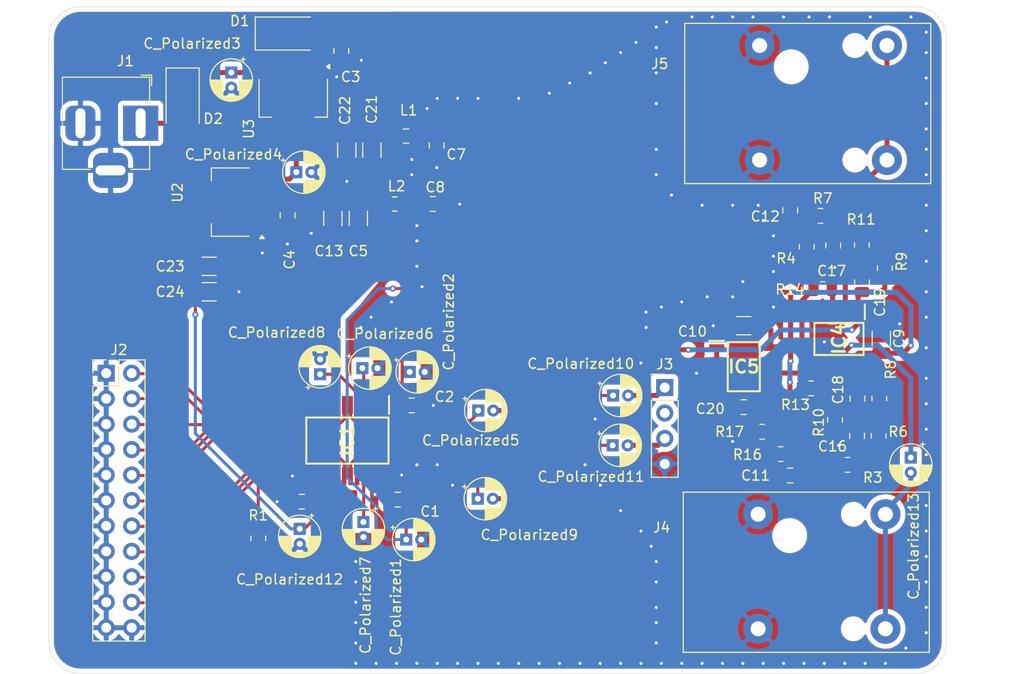
<source format=kicad_pcb>
(kicad_pcb (version 20240108) (generator "pcbnew") (generator_version "8.0")
  (layers (0 "F.Cu" signal) (31 "B.Cu" power) (34 "B.Paste" user) (35 "F.Paste" user) (36 "B.SilkS" user "B.Silkscreen") (37 "F.SilkS" user "F.Silkscreen") (38 "B.Mask" user) (39 "F.Mask" user) (44 "Edge.Cuts" user))
  (net 0 "")
  (net 1 "Net-(D1-K)")
  (net 2 "VCC")
  (net 3 "VDD")
  (net 4 "AVDD")
  (net 5 "AGND")
  (net 6 "AVCC")
  (net 7 "RCH_OUT")
  (net 8 "GUITAR_IN")
  (net 9 "GUITAR_OUT")
  (net 10 "Net-(IC4-VIN_B-)")
  (net 11 "RCH_IN")
  (net 12 "Net-(IC4-VINA-)")
  (net 13 "VGND")
  (net 14 "Net-(IC1-VINR)")
  (net 15 "Net-(IC1-VREF1)")
  (net 16 "Net-(IC1-VCOM)")
  (net 17 "Net-(IC1-VREF2)")
  (net 18 "Net-(IC1-VOUTR)")
  (net 19 "LCH_IN")
  (net 20 "Net-(IC1-VINL)")
  (net 21 "LCH_OUT")
  (net 22 "Net-(IC1-VOUTL)")
  (net 23 "Net-(D2-A)")
  (net 24 "MC{slash}DEM0")
  (net 25 "LRCLK")
  (net 26 "ZFLG")
  (net 27 "DIN")
  (net 28 "RST{slash}PDAD")
  (net 29 "MC{slash}DEM1")
  (net 30 "ML{slash}PDDA")
  (net 31 "BIT")
  (net 32 "SYSCLK")
  (net 33 "DATA_OUT")
  (net 34 "Net-(IC4-VINB+)")
  (net 35 "Net-(IC4-VINA+)")
  (net 36 "/VMID")
  (net 37 "Net-(C11-Pad1)")
  (net 38 "Net-(C12-Pad1)")
  (net 39 "Net-(C16-Pad2)")
  (net 40 "Net-(C17-Pad2)")
  (net 41 "Net-(IC5-VINA-)")
  (net 43 "Net-(IC4-VOUT_B)")
  (footprint "Connector_PinHeader_2.54mm:PinHeader_2x11_P2.54mm_Vertical" (layer "F.Cu") (at 129.54 100.076)
    (property "Reference" "J2")
    (property "Value" "Conn_02x11_Odd_Even")
  )
  (footprint "Diode_SMD:D_SMA" (layer "F.Cu") (at 147.9149 66.1717)
    (property "Reference" "D1")
    (property "Value" "S2BA-13-F")
  )
  (footprint "Inductor_SMD:L_0805_2012Metric_Pad1.15x1.40mm_HandSolder" (layer "F.Cu") (at 158.317 83.185)
    (property "Reference" "L2")
    (property "Value" "10u")
  )
  (footprint "Capacitor_SMD:C_0805_2012Metric" (layer "F.Cu") (at 193.1324 103.4614 180)
    (property "Reference" "C20")
    (property "Value" "100n")
  )
  (footprint "Capacitor_SMD:C_0805_2012Metric" (layer "F.Cu") (at 147.6302 84.318 -90)
    (property "Reference" "C4")
    (property "Value" "100n")
  )
  (footprint "Capacitor_THT:CP_Radial_D4.0mm_P1.50mm" (layer "F.Cu") (at 159.461 116.679)
    (property "Reference" "C_Polarized1")
    (property "Value" "10u")
  )
  (footprint "SamacSys_Parts:SOIC127P600X175-8N" (layer "F.Cu") (at 202.6241 96.6577 -90)
    (property "Reference" "IC4")
    (property "Value" "MCP6007-E_SN" (hide yes))
  )
  (footprint "Resistor_SMD:R_0805_2012Metric" (layer "F.Cu") (at 207.1961 89.5984 90)
    (property "Reference" "R9")
    (property "Value" "3k")
  )
  (footprint "Resistor_SMD:R_0805_2012Metric" (layer "F.Cu") (at 199.4127 87.4376 -90)
    (property "Reference" "R4")
    (property "Value" "47k")
  )
  (footprint "Connector_BarrelJack:BarrelJack_Horizontal" (layer "F.Cu") (at 132.9719 75.1286)
    (property "Reference" "J1")
    (property "Value" "Barrel_Jack_Switch")
  )
  (footprint "Resistor_SMD:R_0805_2012Metric" (layer "F.Cu") (at 200.9985 91.6793)
    (property "Reference" "R14")
    (property "Value" "1k")
  )
  (footprint "Resistor_SMD:R_0805_2012Metric" (layer "F.Cu") (at 194.9574 105.9194 180)
    (property "Reference" "R17")
    (property "Value" "10k")
  )
  (footprint "Capacitor_THT:CP_Radial_D4.0mm_P1.50mm" (layer "F.Cu") (at 180.05 107.275)
    (property "Reference" "C_Polarized11")
    (property "Value" "4.7u")
  )
  (footprint "Capacitor_SMD:C_0805_2012Metric" (layer "F.Cu") (at 149.045299 112.894801 180)
    (property "Reference" "C6" (hide yes))
    (property "Value" "0.1u")
  )
  (footprint "Capacitor_SMD:C_0805_2012Metric" (layer "F.Cu") (at 160.0094 103.287499)
    (property "Reference" "C2")
    (property "Value" "0.1u")
  )
  (footprint "Capacitor_SMD:C_0805_2012Metric" (layer "F.Cu") (at 158.625599 112.691601)
    (property "Reference" "C1")
    (property "Value" "0.1u")
  )
  (footprint "Capacitor_SMD:C_0805_2012Metric" (layer "F.Cu") (at 152.9876 67.8916 -90)
    (property "Reference" "C3")
    (property "Value" "100n")
  )
  (footprint "Capacitor_SMD:C_1206_3216Metric" (layer "F.Cu") (at 206.8484 96.6034 90)
    (property "Reference" "C9")
    (property "Value" "10u")
  )
  (footprint "SamacSys_Parts:SOP65P780X200-24N" (layer "F.Cu") (at 153.596399 106.798801 -90)
    (property "Reference" "IC1")
    (property "Value" "PCM3002E" (hide yes))
  )
  (footprint "Capacitor_THT:CP_Radial_D4.0mm_P1.50mm" (layer "F.Cu") (at 180.1 102.3)
    (property "Reference" "C_Polarized10")
    (property "Value" "1u")
  )
  (footprint "Package_TO_SOT_SMD:SOT-223-3_TabPin2" (layer "F.Cu") (at 141.9406 82.9972 180)
    (property "Reference" "U2")
    (property "Value" "LD1117S33TR_SOT223")
  )
  (footprint "Resistor_SMD:R_0805_2012Metric" (layer "F.Cu") (at 206.6525 102.6013 -90)
    (property "Reference" "R8")
    (property "Value" "3k")
  )
  (footprint "Capacitor_SMD:C_0805_2012Metric" (layer "F.Cu") (at 197.7644 110.2868 180)
    (property "Reference" "C11")
    (property "Value" "22u")
  )
  (footprint "Resistor_SMD:R_0805_2012Metric" (layer "F.Cu") (at 204.9101 87.2616 -90)
    (property "Reference" "R11")
    (property "Value" "1.5k")
  )
  (footprint "Resistor_SMD:R_0805_2012Metric" (layer "F.Cu") (at 206.5824 106.3244 90)
    (property "Reference" "R6")
    (property "Value" "1.5k")
  )
  (footprint "Resistor_SMD:R_0805_2012Metric" (layer "F.Cu") (at 203.4824 109.2244 180)
    (property "Reference" "R3")
    (property "Value" "47k")
  )
  (footprint "Package_TO_SOT_SMD:SOT-223-3_TabPin2" (layer "F.Cu") (at 148.1965 72.6065 -90)
    (property "Reference" "U3")
    (property "Value" "LD1117S50TR_SOT223")
  )
  (footprint "Capacitor_THT:CP_Radial_D4.0mm_P1.50mm" (layer "F.Cu") (at 155.091 99.568)
    (property "Reference" "C_Polarized6")
    (property "Value" "4.7u")
  )
  (footprint "Inductor_SMD:L_0805_2012Metric_Pad1.15x1.40mm_HandSolder" (layer "F.Cu") (at 159.454787 76.408176)
    (property "Reference" "L1")
    (property "Value" "10u")
  )
  (footprint "Capacitor_SMD:C_1206_3216Metric" (layer "F.Cu") (at 139.807 89.408)
    (property "Reference" "C23")
    (property "Value" "10u")
  )
  (footprint "Capacitor_SMD:C_0805_2012Metric" (layer "F.Cu") (at 162.495287 77.350776 -90)
    (property "Reference" "C7")
    (property "Value" "100n")
  )
  (footprint "Capacitor_SMD:C_0805_2012Metric" (layer "F.Cu") (at 204.4681 102.6013 90)
    (property "Reference" "C18")
    (property "Value" "1n")
  )
  (footprint "Resistor_SMD:R_0805_2012Metric" (layer "F.Cu") (at 200.7824 84.3744)
    (property "Reference" "R7")
    (property "Value" "1.5k")
  )
  (footprint "Capacitor_SMD:C_0805_2012Metric" (layer "F.Cu") (at 204.9253 91.0189 -90)
    (property "Reference" "C19")
    (property "Value" "1n")
  )
  (footprint "Capacitor_THT:CP_Radial_D4.0mm_P1.50mm" (layer "F.Cu") (at 166.648 103.8)
    (property "Reference" "C_Polarized5")
    (property "Value" "1u")
  )
  (footprint "Capacitor_SMD:C_1206_3216Metric" (layer "F.Cu") (at 152.146 84.631 -90)
    (property "Reference" "C13")
    (property "Value" "10u")
  )
  (footprint "Connector_Audio:Jack_6.35mm_Neutrik_NRJ4HF_Horizontal" (layer "F.Cu") (at 194.712 67.367)
    (property "Reference" "J5")
    (property "Value" "NRJ4HF")
  )
  (footprint "Capacitor_SMD:C_0805_2012Metric" (layer "F.Cu") (at 204.4324 106.3244 90)
    (property "Reference" "C16")
    (property "Value" "10n")
  )
  (footprint "Capacitor_SMD:C_0805_2012Metric" (layer "F.Cu") (at 197.7644 83.82 90)
    (property "Reference" "C12")
    (property "Value" "22u")
  )
  (footprint "Capacitor_THT:CP_Radial_D4.0mm_P1.50mm" (layer "F.Cu") (at 159.811 99.949)
    (property "Reference" "C_Polarized2")
    (property "Value" "10u")
  )
  (footprint "Capacitor_THT:CP_Radial_D4.0mm_P1.50mm" (layer "F.Cu") (at 209.788599 108.497399 -90)
    (property "Reference" "C_Polarized13")
    (property "Value" "870u")
  )
  (footprint "Diode_SMD:D_SMA" (layer "F.Cu") (at 137.16 73.12 -90)
    (property "Reference" "D2")
    (property "Value" "S2BA-13-F")
  )
  (footprint "Capacitor_SMD:C_0805_2012Metric" (layer "F.Cu") (at 202.0524 87.3208 90)
    (property "Reference" "C17")
    (property "Value" "10n")
  )
  (footprint "Capacitor_SMD:C_1206_3216Metric" (layer "F.Cu") (at 193.1324 95.3334 180)
    (property "Reference" "C10")
    (property "Value" "10u")
  )
  (footprint "Capacitor_THT:CP_Radial_D4.0mm_P1.50mm" (layer "F.Cu") (at 150.876 100.179 90)
    (property "Reference" "C_Polarized8")
    (property "Value" "4.7u Tantalllum")
  )
  (footprint "Capacitor_THT:CP_Radial_D4.0mm_P1.50mm" (layer "F.Cu") (at 148.844 115.6094 -90)
    (property "Reference" "C_Polarized12")
    (property "Value" "10u")
  )
  (footprint "Capacitor_THT:CP_Radial_D4.0mm_P1.50mm" (layer "F.Cu") (at 148.502401 80.01)
    (property "Reference" "C_Polarized4")
    (property "Value" "4.7u")
  )
  (footprint "Resistor_SMD:R_0805_2012Metric" (layer "F.Cu") (at 196.8074 108.1444 180)
    (property "Reference" "R16")
    (property "Value" "10k")
  )
  (footprint "Capacitor_SMD:C_1206_3216Metric" (layer "F.Cu") (at 139.807 91.948)
    (property "Reference" "C24")
    (property "Value" "10u")
  )
  (footprint "Capacitor_THT:CP_Radial_D4.0mm_P1.50mm" (layer "F.Cu") (at 166.6 112.6)
    (property "Reference" "C_Polarized9")
    (property "Value" "4.7u")
  )
  (footprint "Capacitor_SMD:C_1206_3216Metric" (layer "F.Cu") (at 153.535 77.82 -90)
    (property "Reference" "C22")
    (property "Value" "10u")
  )
  (footprint "Capacitor_SMD:C_1206_3216Metric" (layer "F.Cu") (at 156.035 77.82 -90)
    (property "Reference" "C21")
    (property "Value" "10u")
  )
  (footprint "Connector_PinHeader_2.54mm:PinHeader_1x04_P2.54mm_Vertical" (layer "F.Cu") (at 185.25 101.51)
    (property "Reference" "J3")
    (property "Value" "Conn_01x04_Pin")
  )
  (footprint "Capacitor_THT:CP_Radial_D4.0mm_P1.50mm" (layer "F.Cu") (at 155.194 114.929 -90)
    (property "Reference" "C_Polarized7")
    (property "Value" "4.7u")
  )
  (footprint "Resistor_SMD:R_0805_2012Metric" (layer "F.Cu") (at 202.2329 104.7349 90)
    (property "Reference" "R10")
    (property "Value" "1.5k")
  )
  (footprint "Capacitor_SMD:C_0805_2012Metric" (layer "F.Cu") (at 162.118 83.185)
    (property "Reference" "C8")
    (property "Value" "100n")
  )
  (footprint "Capacitor_THT:CP_Radial_D4.0mm_P1.50mm" (layer "F.Cu") (at 142.0148 70.0646 -90)
    (property "Reference" "C_Polarized3")
    (property "Value" "4.7u")
  )
  (footprint "Resistor_SMD:R_0805_2012Metric" (layer "F.Cu") (at 199.8453 101.5853)
    (property "Reference" "R13")
    (property "Value" "1k")
  )
  (footprint "SamacSys_Parts:SOIC127P600X175-8N" (layer "F.Cu") (at 193.1324 99.4244)
    (property "Reference" "IC5")
    (property "Value" "MCP6007-E_SN" (hide yes))
  )
  (footprint "Resistor_SMD:R_0805_2012Metric" (layer "F.Cu") (at 144.706 116.549 90)
    (property "Reference" "R1")
    (property "Value" "10k")
  )
  (footprint "Connector_Audio:Jack_6.35mm_Neutrik_NRJ4HF_Horizontal" (layer "F.Cu") (at 194.5596 114.1538)
    (property "Reference" "J4")
    (property "Value" "NRJ4HF")
  )
  (footprint "Capacitor_SMD:C_1206_3216Metric" (layer "F.Cu") (at 154.686 84.631 -90)
    (property "Reference" "C5")
    (property "Value" "10u")
  )
  (gr_arc (start 213.36 126.883744) (mid 212.43005 129.128787) (end 210.185 130.058744) (stroke (width 0.05)) (layer "Edge.Cuts"))
  (gr_line (start 123.825 66.675) (end 123.825 126.883744) (stroke (width 0.05)) (layer "Edge.Cuts"))
  (gr_arc (start 127 130.058744) (mid 124.754906 129.128818) (end 123.825 126.883744) (stroke (width 0.05)) (layer "Edge.Cuts"))
  (gr_arc (start 210.185 63.5) (mid 212.430064 64.429936) (end 213.36 66.675) (stroke (width 0.05)) (layer "Edge.Cuts"))
  (gr_line (start 210.185 63.5) (end 127 63.5) (stroke (width 0.05)) (layer "Edge.Cuts"))
  (gr_line (start 210.185 130.058744) (end 127 130.058744) (stroke (width 0.05)) (layer "Edge.Cuts"))
  (gr_line (start 213.36 126.883744) (end 213.36 66.675) (stroke (width 0.05)) (layer "Edge.Cuts"))
  (gr_arc (start 123.825 66.675) (mid 124.754936 64.429936) (end 127 63.5) (stroke (width 0.05)) (layer "Edge.Cuts"))
  (segment (start 137.8046 70.0646) (end 142.0148 70.0646) (width 0.5) (layer "F.Cu") (net 1))
  (segment (start 137.16 71.12) (end 137.16 70.7092) (width 0.5) (layer "F.Cu") (net 1))
  (segment (start 145.9149 69.5651) (end 145.76 69.72) (width 0.5) (layer "F.Cu") (net 1))
  (segment (start 145.9149 66.1717) (end 145.9149 69.5651) (width 0.5) (layer "F.Cu") (net 1))
  (segment (start 145.4154 70.0646) (end 145.76 69.72) (width 0.5) (layer "F.Cu") (net 1))
  (segment (start 137.16 70.7092) (end 137.8046 70.0646) (width 0.5) (layer "F.Cu") (net 1))
  (segment (start 142.0148 70.0646) (end 145.4154 70.0646) (width 0.5) (layer "F.Cu") (net 1))
  (segment (start 148.502401 76.462401) (end 148.06 76.02) (width 0.5) (layer "F.Cu") (net 2))
  (segment (start 147.815201 80.6972) (end 148.502401 80.01) (width 0.5) (layer "F.Cu") (net 2))
  (segment (start 156.035 76.345) (end 153.535 76.345) (width 0.5) (layer "F.Cu") (net 2))
  (segment (start 145.0906 80.6972) (end 147.815201 80.6972) (width 0.5) (layer "F.Cu") (net 2))
  (segment (start 148.06 76.02) (end 153.21 76.02) (width 0.5) (layer "F.Cu") (net 2))
  (segment (start 153.21 76.02) (end 153.535 76.345) (width 0.5) (layer "F.Cu") (net 2))
  (segment (start 148.502401 80.01) (end 148.502401 76.462401) (width 0.5) (layer "F.Cu") (net 2))
  (segment (start 156.035 76.345) (end 158.366611 76.345) (width 0.5) (layer "F.Cu") (net 2))
  (segment (start 158.366611 76.345) (end 158.429787 76.408176) (width 0.5) (layer "F.Cu") (net 2))
  (segment (start 145.4614 83.368) (end 145.0906 82.9972) (width 0.5) (layer "F.Cu") (net 3))
  (segment (start 152.146 83.156) (end 154.686 83.156) (width 0.5) (layer "F.Cu") (net 3))
  (segment (start 144.706 115.6365) (end 144.706 111.017106) (width 0.3) (layer "F.Cu") (net 3))
  (segment (start 148.844 115.6094) (end 149.3126 115.6094) (width 0.3) (layer "F.Cu") (net 3))
  (segment (start 138.43 94.234) (end 138.43 92.046) (width 0.3) (layer "F.Cu") (net 3))
  (segment (start 151.934 83.368) (end 152.146 83.156) (width 0.5) (layer "F.Cu") (net 3))
  (segment (start 138.332 91.948) (end 138.332 89.408) (width 0.5) (layer "F.Cu") (net 3))
  (segment (start 157.263 83.156) (end 157.292 83.185) (width 0.5) (layer "F.Cu") (net 3))
  (segment (start 138.332 83.4558) (end 138.7906 82.9972) (width 0.5) (layer "F.Cu") (net 3))
  (segment (start 149.995299 114.926701) (end 149.995299 112.894801) (width 0.3) (layer "F.Cu") (net 3))
  (segment (start 150.671399 112.218701) (end 149.995299 112.894801) (width 0.3) (layer "F.Cu") (net 3))
  (segment (start 146.944106 108.779) (end 150.305399 108.779) (width 0.3) (layer "F.Cu") (net 3))
  (segment (start 150.305399 108.779) (end 150.671399 109.145) (width 0.3) (layer "F.Cu") (net 3))
  (segment (start 149.3126 115.6094) (end 149.995299 114.926701) (width 0.3) (layer "F.Cu") (net 3))
  (segment (start 144.706 111.017106) (end 146.944106 108.779) (width 0.3) (layer "F.Cu") (net 3))
  (segment (start 147.6302 83.368) (end 151.934 83.368) (width 0.5) (layer "F.Cu") (net 3))
  (segment (start 150.671399 109.145) (end 150.671399 110.348801) (width 0.3) (layer "F.Cu") (net 3))
  (segment (start 152.146 83.156) (end 157.263 83.156) (width 0.5) (layer "F.Cu") (net 3))
  (segment (start 138.43 92.046) (end 138.332 91.948) (width 0.3) (layer "F.Cu") (net 3))
  (segment (start 138.332 89.408) (end 138.332 83.4558) (width 0.5) (layer "F.Cu") (net 3))
  (segment (start 147.6302 83.368) (end 145.4614 83.368) (width 0.5) (layer "F.Cu") (net 3))
  (segment (start 150.671399 110.348801) (end 150.671399 112.218701) (width 0.3) (layer "F.Cu") (net 3))
  (via (at 138.43 94.234) (size 0.6) (drill 0.3) (layers "F.Cu" "B.Cu") (net 3))
  (segment (start 138.43 97.536) (end 138.43 94.234) (width 0.3) (layer "B.Cu") (net 3))
  (segment (start 147.944 115.6094) (end 138.43 106.0954) (width 0.3) (layer "B.Cu") (net 3))
  (segment (start 148.844 115.6094) (end 147.944 115.6094) (width 0.3) (layer "B.Cu") (net 3))
  (segment (start 138.43 106.0954) (end 138.43 97.536) (width 0.3) (layer "B.Cu") (net 3))
  (segment (start 157.675599 113.479599) (end 159.461 115.265) (width 0.3) (layer "F.Cu") (net 4))
  (segment (start 157.171399 103.248801) (end 156.521399 103.248801) (width 0.3) (layer "F.Cu") (net 4))
  (segment (start 157.171399 110.348801) (end 157.171399 112.187401) (width 0.3) (layer "F.Cu") (net 4))
  (segment (start 159.0344 91.625) (end 159.0594 91.65) (width 0.3) (layer "F.Cu") (net 4))
  (segment (start 159.342 83.185) (end 161.168 83.185) (width 0.5) (layer "F.Cu") (net 4))
  (segment (start 157.675599 112.691601) (end 157.675599 113.479599) (width 0.3) (layer "F.Cu") (net 4))
  (segment (start 159.020702 103.248801) (end 159.0594 103.287499) (width 0.3) (layer "F.Cu") (net 4))
  (segment (start 159.461 115.265) (end 159.461 116.679) (width 0.3) (layer "F.Cu") (net 4))
  (segment (start 159.0594 83.4676) (end 159.342 83.185) (width 0.3) (layer "F.Cu") (net 4))
  (segment (start 159.0594 91.65) (end 159.0594 83.4676) (width 0.3) (layer "F.Cu") (net 4))
  (segment (start 159.811 99.949) (end 159.0594 99.949) (width 0.3) (layer "F.Cu") (net 4))
  (segment (start 157.171399 112.187401) (end 157.675599 112.691601) (width 0.3) (layer "F.Cu") (net 4))
  (segment (start 159.0594 99.949) (end 159.0594 91.65) (width 0.3) (layer "F.Cu") (net 4))
  (segment (start 158.125 91.625) (end 159.0344 91.625) (width 0.3) (layer "F.Cu") (net 4))
  (segment (start 159.0594 103.287499) (end 159.0594 99.949) (width 0.3) (layer "F.Cu") (net 4))
  (segment (start 157.171399 103.248801) (end 159.020702 103.248801) (width 0.3) (layer "F.Cu") (net 4))
  (via (at 158.125 91.625) (size 0.6) (drill 0.3) (layers "F.Cu" "B.Cu") (net 4))
  (segment (start 156.525 113.443) (end 153.575 110.493) (width 0.3) (layer "B.Cu") (net 4))
  (segment (start 156.525 115.6) (end 156.525 113.443) (width 0.3) (layer "B.Cu") (net 4))
  (segment (start 153.575 110.493) (end 153.575 94.75) (width 0.3) (layer "B.Cu") (net 4))
  (segment (start 157.604 116.679) (end 156.525 115.6) (width 0.3) (layer "B.Cu") (net 4))
  (segment (start 156.7 91.625) (end 158.125 91.625) (width 0.3) (layer "B.Cu") (net 4))
  (segment (start 153.575 94.75) (end 156.7 91.625) (width 0.3) (layer "B.Cu") (net 4))
  (segment (start 159.461 116.679) (end 157.604 116.679) (width 0.3) (layer "B.Cu") (net 4))
  (segment (start 153.535 79.295) (end 153.535 80.92) (width 0.5) (layer "F.Cu") (net 5))
  (segment (start 145.0906 85.2972) (end 145.0906 88.0556) (width 0.5) (layer "F.Cu") (net 5))
  (segment (start 154.974986 68.8416) (end 154.977589 68.838997) (width 0.5) (layer "F.Cu") (net 5))
  (segment (start 147.6302 85.268) (end 147.6302 87.1488) (width 0.5) (layer "F.Cu") (net 5))
  (segment (start 155.871399 111.696399) (end 155.871399 110.348801) (width 0.3) (layer "F.Cu") (net 5))
  (segment (start 190.4324 101.3294) (end 191.5084 101.3294) (width 0.5) (layer "F.Cu") (net 5))
  (segment (start 191.6574 95.3334) (end 190.0844 95.3334) (width 0.5) (layer "F.Cu") (net 5))
  (segment (start 160.961 114.077002) (end 159.575599 112.691601) (width 0.5) (layer "F.Cu") (net 5))
  (segment (start 147.6302 87.1488) (end 147.607 87.172) (width 0.5) (layer "F.Cu") (net 5))
  (segment (start 164.785 83.185) (end 164.8 83.2) (width 0.5) (layer "F.Cu") (net 5))
  (segment (start 152.146 86.106) (end 154.686 86.106) (width 0.5) (layer "F.Cu") (net 5))
  (segment (start 202.5824 107.2744) (end 204.4324 107.2744) (width 0.5) (layer "F.Cu") (net 5))
  (segment (start 163.068 83.185) (end 164.785 83.185) (width 0.5) (layer "F.Cu") (net 5))
  (segment (start 156.035 79.295) (end 153.535 79.295) (width 0.5) (layer "F.Cu") (net 5))
  (segment (start 200.7191 96.4941) (end 201.175 96.95) (width 0.5) (layer "F.Cu") (net 5))
  (segment (start 206.8484 95.1284) (end 208.6664 95.1284) (width 0.5) (layer "F.Cu") (net 5))
  (segment (start 147.6302 85.268) (end 145.1198 85.268) (width 0.5) (layer "F.Cu") (net 5))
  (segment (start 152.146 86.106) (end 149.987 86.106) (width 0.5) (layer "F.Cu") (net 5))
  (segment (start 192.9878 105.9194) (end 192.024 106.8832) (width 0.5) (layer "F.Cu") (net 5))
  (segment (start 194.0449 105.9194) (end 192.9878 105.9194) (width 0.5) (layer "F.Cu") (net 5))
  (segment (start 145.0906 88.0556) (end 145.107 88.072) (width 0.5) (layer "F.Cu") (net 5))
  (segment (start 156.35 112.175) (end 156.35 110.5202) (width 0.3) (layer "F.Cu") (net 5))
  (segment (start 162.169499 103.287499) (end 160.9594 103.287499) (width 0.5) (layer "F.Cu") (net 5))
  (segment (start 141.282 91.948) (end 142.777 91.948) (width 0.5) (layer "F.Cu") (net 5))
  (segment (start 160.961 116.679) (end 160.961 114.077002) (width 0.5) (layer "F.Cu") (net 5))
  (segment (start 150.021399 110.348801) (end 148.130801 110.348801) (width 0.3) (layer "F.Cu") (net 5))
  (segment (start 148.130801 110.348801) (end 148.111 110.329) (width 0.3) (layer "F.Cu") (net 5))
  (segment (start 146.576801 112.894801) (end 148.095299 112.894801) (width 0.3) (layer "F.Cu") (net 5))
  (segment (start 192.1824 102.0034) (end 192.1824 103.4614) (width 0.5) (layer "F.Cu") (net 5))
  (segment (start 152.9876 68.8416) (end 154.974986 68.8416) (width 0.5) (layer "F.Cu") (net 5))
  (segment (start 156.35 112.175) (end 155.871399 111.696399) (width 0.3) (layer "F.Cu") (net 5))
  (segment (start 162.495287 79.538887) (end 162.495287 78.300776) (width 0.5) (layer "F.Cu") (net 5))
  (segment (start 145.1198 85.268) (end 145.0906 85.2972) (width 0.5) (layer "F.Cu") (net 5))
  (segment (start 191.5084 101.3294) (end 192.1824 102.0034) (width 0.5) (layer "F.Cu") (net 5))
  (segment (start 188.4474 100.0594) (end 188.4324 100.0744) (width 0.5) (layer "F.Cu") (net 5))
  (segment (start 208.6664 95.1284) (end 208.6864 95.1484) (width 0.5) (layer "F.Cu") (net 5))
  (segment (start 141.282 91.948) (end 141.282 89.408) (width 0.5) (layer "F.Cu") (net 5))
  (segment (start 151.772 69.72) (end 152.536 70.484) (width 0.5) (layer "F.Cu") (net 5))
  (segment (start 162.5092 79.5528) (end 162.495287 79.538887) (width 0.5) (layer "F.Cu") (net 5))
  (segment (start 202.0524 89.3774) (end 202.2 89.525) (width 0.5) (layer "F.Cu") (net 5))
  (segment (start 200.7191 93.9577) (end 200.7191 96.4941) (width 0.5) (layer "F.Cu") (net 5))
  (segment (start 150.36 69.72) (end 151.772 69.72) (width 0.5) (layer "F.Cu") (net 5))
  (segment (start 202.0524 88.2708) (end 202.0524 89.3774) (width 0.5) (layer "F.Cu") (net 5))
  (segment (start 156.35 110.5202) (end 156.521399 110.348801) (width 0.3) (layer "F.Cu") (net 5))
  (segment (start 190.4324 100.0594) (end 188.4474 100.0594) (width 0.5) (layer "F.Cu") (net 5))
  (segment (start 190.4324 101.3294) (end 190.4324 100.0594) (width 0.5) (layer "F.Cu") (net 5))
  (via (at 153.535 80.92) (size 0.6) (drill 0.3) (layers "F.Cu" "B.Cu") (net 5))
  (via (at 196.088 88.392) (size 0.6) (drill 0.3) (layers "F.Cu" "B.Cu") (net 5))
  (via (at 160.528 129.032) (size 0.6) (drill 0.3) (layers "F.Cu" "B.Cu") (net 5))
  (via (at 185.928 82.296) (size 0.6) (drill 0.3) (layers "F.Cu" "B.Cu") (net 5))
  (via (at 184.404 120.904) (size 0.6) (drill 0.3) (layers "F.Cu" "B.Cu") (net 5))
  (via (at 211.328 118.364) (size 0.6) (drill 0.3) (layers "F.Cu" "B.Cu") (net 5))
  (via (at 160.528 89.408) (size 0.6) (drill 0.3) (layers "F.Cu" "B.Cu") (net 5))
  (via (at 156.464 129.032) (size 0.6) (drill 0.3) (layers "F.Cu" "B.Cu") (net 5))
  (via (at 148.111 110.329) (size 0.6) (drill 0.3) (layers "F.Cu" "B.Cu") (net 5))
  (via (at 182.88 99.06) (size 0.6) (drill 0.3) (layers "F.Cu" "B.Cu") (net 5))
  (via (at 211.328 115.824) (size 0.6) (drill 0.3) (layers "F.Cu" "B.Cu") (net 5))
  (via (at 211.328 77.724) (size 0.6) (drill 0.3) (layers "F.Cu" "B.Cu") (net 5))
  (via (at 211.328 91.948) (size 0.6) (drill 0.3) (layers "F.Cu" "B.Cu") (net 5))
  (via (at 203.2 129.032) (size 0.6) (drill 0.3) (layers "F.Cu" "B.Cu") (net 5))
  (via (at 196.088 93.472) (size 0.6) (drill 0.3) (layers "F.Cu" "B.Cu") (net 5))
  (via (at 197.104 129.032) (size 0.6) (drill 0.3) (layers "F.Cu" "B.Cu") (net 5))
  (via (at 170.688 72.644) (size 0.6) (drill 0.3) (layers "F.Cu" "B.Cu") (net 5))
  (via (at 164.592 72.644) (size 0.6) (drill 0.3) (layers "F.Cu" "B.Cu") (net 5))
  (via (at 208.6864 95.1484) (size 0.6) (drill 0.3) (layers "F.Cu" "B.Cu") (net 5))
  (via (at 154.432 118.872) (size 0.6) (drill 0.3) (layers "F.Cu" "B.Cu") (net 5))
  (via (at 184.404 80.264) (size 0.6) (drill 0.3) (layers "F.Cu" "B.Cu") (net 5))
  (via (at 162.56 109.22) (size 0.6) (drill 0.3) (layers "F.Cu" "B.Cu") (net 5))
  (via (at 184.912 93.472) (size 0.6) (drill 0.3) (layers "F.Cu" "B.Cu") (net 5))
  (via (at 211.328 97.536) (size 0.6) (drill 0.3) (layers "F.Cu" "B.Cu") (net 5))
  (via (at 182.88 115.824) (size 0.6) (drill 0.3) (layers "F.Cu" "B.Cu") (net 5))
  (via (at 166.624 72.644) (size 0.6) (drill 0.3) (layers "F.Cu" "B.Cu") (net 5))
  (via (at 156.35 112.175) (size 0.6) (drill 0.3) (layers "F.Cu" "B.Cu") (net 5))
  (via (at 145.107 88.072) (size 0.6) (drill 0.3) (layers "F.Cu" "B.Cu") (net 5))
  (via (at 195.072 84.836) (size 0.6) (drill 0.3) (layers "F.Cu" "B.Cu") (net 5))
  (via (at 160.02 80.264) (size 0.6) (drill 0.3) (layers "F.Cu" "B.Cu") (net 5))
  (via (at 161.036 91.44) (size 0.6) (drill 0.3) (layers "F.Cu" "B.Cu") (net 5))
  (via (at 211.328 110.744) (size 0.6) (drill 0.3) (layers "F.Cu" "B.Cu") (net 5))
  (via (at 211.328 94.488) (size 0.6) (drill 0.3) (layers "F.Cu" "B.Cu") (net 5))
  (via (at 211.328 66.04) (size 0.6) (drill 0.3) (layers "F.Cu" "B.Cu") (net 5))
  (via (at 183.388 95.504) (size 0.6) (drill 0.3) (layers "F.Cu" "B.Cu") (net 5))
  (via (at 211.328 88.9) (size 0.6) (drill 0.3) (layers "F.Cu" "B.Cu") (net 5))
  (via (at 176.784 129.032) (size 0.6) (drill 0.3) (layers "F.Cu" "B.Cu") (net 5))
  (via (at 211.328 103.124) (size 0.6) (drill 0.3) (layers "F.Cu" "B.Cu") (net 5))
  (via (at 147.607 87.172) (size 0.6) (drill 0.3) (layers "F.Cu" "B.Cu") (net 5))
  (via (at 146.576801 112.894801) (size 0.6) (drill 0.3) (layers "F.Cu" "B.Cu") (net 5))
  (via (at 162.169499 103.287499) (size 0.6) (drill 0.3) (layers "F.Cu" "B.Cu") (net 5))
  (via (at 207.264 129.032) (size 0.6) (drill 0.3) (layers "F.Cu" "B.Cu") (net 5))
  (via (at 192.024 64.516) (size 0.6) (drill 0.3) (layers "F.Cu" "B.Cu") (net 5))
  (via (at 182.372 67.056) (size 0.6) (drill 0.3) (layers "F.Cu" "B.Cu") (net 5))
  (via (at 174.752 129.032) (size 0.6) (drill 0.3) (layers "F.Cu" "B.Cu") (net 5))
  (via (at 205.232 129.032) (size 0.6) (drill 0.3) (layers "F.Cu" "B.Cu") (net 5))
  (via (at 154.432 124.968) (size 0.6) (drill 0.3) (layers "F.Cu" "B.Cu") (net 5))
  (via (at 211.328 85.852) (size 0.6) (drill 0.3) (layers "F.Cu" "B.Cu") (net 5))
  (via (at 168.656 129.032) (size 0.6) (drill 0.3) (layers "F.Cu" "B.Cu") (net 5))
  (via (at 173.736 72.136) (size 0.6) (drill 0.3) (layers "F.Cu" "B.Cu") (net 5))
  (via (at 209.296 127.508) (size 0.6) (drill 0.3) (layers "F.Cu" "B.Cu") (net 5))
  (via (at 162.56 72.644) (size 0.6) (drill 0.3) (layers "F.Cu" "B.Cu") (net 5))
  (via (at 162.5092 79.5528) (size 0.6) (drill 0.3) (layers "F.Cu" "B.Cu") (net 5))
  (via (at 158.496 129.032) (size 0.6) (drill 0.3) (layers "F.Cu" "B.Cu") (net 5))
  (via (at 184.404 73.152) (size 0.6) (drill 0.3) (layers "F.Cu" "B.Cu") (net 5))
  (via (at 191.008 129.032) (size 0.6) (drill 0.3) (layers "F.Cu" "B.Cu") (net 5))
  (via (at 186.944 92.964) (size 0.6) (drill 0.3) (layers "F.Cu" "B.Cu") (net 5))
  (via (at 154.432 120.904) (size 0.6) (drill 0.3) (layers "F.Cu" "B.Cu") (net 5))
  (via (at 166.624 129.032) (size 0.6) (drill 0.3) (layers "F.Cu" "B.Cu") (net 5))
  (via (at 157.988 92.964) (size 0.6) (drill 0.3) (layers "F.Cu" "B.Cu") (net 5))
  (via (at 211.328 68.072) (size 0.6) (drill 0.3) (layers "F.Cu" "B.Cu") (net 5))
  (via (at 201.175 96.95) (size 0.6) (drill 0.3) (layers "F.Cu" "B.Cu") (net 5))
  (via (at 199.644 64.516) (size 0.6) (drill 0.3) (layers "F.Cu" "B.Cu") (net 5))
  (via (at 193.04 129.032) (size 0.6) (drill 0.3) (layers "F.Cu" "B.Cu") (net 5))
  (via (at 189.484 92.456) (size 0.6) (drill 0.3) (layers "F.Cu" "B.Cu") (net 5))
  (via (at 178.816 111.252) (size 0.6) (drill 0.3) (layers "F.Cu" "B.Cu") (net 5))
  (via (at 178.816 129.032) (size 0.6) (drill 0.3) (layers "F.Cu" "B.Cu") (net 5))
  (via (at 201.168 129.032) (size 0.6) (drill 0.3) (layers "F.Cu" "B.Cu") (net 5))
  (via (at 164.084 111.252) (size 0.6) (drill 0.3) (layers "F.Cu" "B.Cu") (net 5))
  (via (at 164.8 83.2) (size 0.6) (drill 0.3) (layers "F.Cu" "B.Cu") (net 5))
  (via (at 184.404 70.104) (size 0.6) (drill 0.3) (layers "F.Cu" "B.Cu") (net 5))
  (via (at 159.004 110.236) (size 0.6) (drill 0.3) (layers "F.Cu" "B.Cu") (net 5))
  (via (at 164.592 129.032) (size 0.6) (drill 0.3) (layers "F.Cu" "B.Cu") (net 5))
  (via (at 190.0844 95.3334) (size 0.6) (drill 0.3) (layers "F.Cu" "B.Cu") (net 5))
  (via (at 196.088 89.916) (size 0.6) (drill 0.3) (layers "F.Cu" "B.Cu") (net 5))
  (via (at 180.848 129.032) (size 0.6) (drill 0.3) (layers "F.Cu" "B.Cu") (net 5))
  (via (at 184.404 65.532) (size 0.6) (drill 0.3) (layers "F.Cu" "B.Cu") (net 5))
  (via (at 202.5824 107.2744) (size 0.6) (drill 0.3) (layers "F.Cu" "B.Cu") (net 5))
  (via (at 160.528 109.22) (size 0.6) (drill 0.3) (layers "F.Cu" "B.Cu") (net 5))
  (via (at 184.404 127) (size 0.6) (drill 0.3) (layers "F.Cu" "B.Cu") (net 5))
  (via (at 170.688 129.032) (size 0.6) (drill 0.3) (layers "F.Cu" "B.Cu") (net 5))
  (via (at 193.04 90.932) (size 0.6) (drill 0.3) (layers "F.Cu" "B.Cu") (net 5))
  (via (at 179.324 69.088) (size 0.6) (drill 0.3) (layers "F.Cu" "B.Cu") (net 5))
  (via (at 178.308 104.648) (size 0.6) (drill 0.3) (layers "F.Cu" "B.Cu") (net 5))
  (via (at 184.404 124.968) (size 0.6) (drill 0.3) (layers "F.Cu" "B.Cu") (net 5))
  (via (at 194.564 83.312) (size 0.6) (drill 0.3) (layers "F.Cu" "B.Cu") (net 5))
  (via (at 201.676 64.516) (size 0.6) (drill 0.3) (layers "F.Cu" "B.Cu") (net 5))
  (via (at 149.987 86.106) (size 0.6) (drill 0.3) (layers "F.Cu" "B.Cu") (net 5))
  (via (at 211.328 75.692) (size 0.6) (drill 0.3) (layers "F.Cu" "B.Cu") (net 5))
  (via (at 195.072 129.032) (size 0.6) (drill 0.3) (layers "F.Cu" "B.Cu") (net 5))
  (via (at 183.388 93.98) (size 0.6) (drill 0.3) (layers "F.Cu" "B.Cu") (net 5))
  (via (at 154.432 129.032) (size 0.6) (drill 0.3) (layers "F.Cu" "B.Cu") (net 5))
  (via (at 192.024 83.312) (size 0.6) (drill 0.3) (layers "F.Cu" "B.Cu") (net 5))
  (via (at 182.88 129.032) (size 0.6) (drill 0.3) (layers "F.Cu" "B.Cu") (net 5))
  (via (at 211.328 105.664) (size 0.6) (drill 0.3) (layers "F.Cu" "B.Cu") (net 5))
  (via (at 188.4324 100.0744) (size 0.6) (drill 0.3) (layers "F.Cu" "B.Cu") (net 5))
  (via (at 160.528 86.868) (size 0.6) (drill 0.3) (layers "F.Cu" "B.Cu") (net 5))
  (via (at 211.328 125.984) (size 0.6) (drill 0.3) (layers "F.Cu" "B.Cu") (net 5))
  (via (at 180.848 68.072) (size 0.6) (drill 0.3) (layers "F.Cu" "B.Cu") (net 5))
  (via (at 211.328 108.204) (size 0.6) (drill 0.3) (layers "F.Cu" "B.Cu") (net 5))
  (via (at 184.404 67.564) (size 0.6) (drill 0.3) (layers "F.Cu" "B.Cu") (net 5))
  (via (at 211.328 83.312) (size 0.6) (drill 0.3) (layers "F.Cu" "B.Cu") (net 5))
  (via (at 162.56 129.032) (size 0.6) (drill 0.3) (layers "F.Cu" "B.Cu") (net 5))
  (via (at 186.944 129.032) (size 0.6) (drill 0.3) (layers "F.Cu" "B.Cu") (net 5))
  (via (at 152.536 70.484) (size 0.6) (drill 0.3) (layers "F.Cu" "B.Cu") (net 5))
  (via (at 154.432 127) (size 0.6) (drill 0.3) (layers "F.Cu" "B.Cu") (net 5))
  (via (at 188.976 83.312) (size 0.6) (drill 0.3) (layers "F.Cu" "B.Cu") (net 5))
  (via (at 184.912 129.032) (size 0.6) (drill 0.3) (layers "F.Cu" "B.Cu") (net 5))
  (via (at 177.292 109.22) (size 0.6) (drill 0.3) (layers "F.Cu" "B.Cu") (net 5))
  (via (at 184.404 118.872) (size 0.6) (drill 0.3) (layers "F.Cu" "B.Cu") (net 5))
  (via (at 155.956 94.488) (size 0.6) (drill 0.3) (layers "F.Cu" "B.Cu") (net 5))
  (via (at 196.088 86.36) (size 0.6) (drill 0.3) (layers "F.Cu" "B.Cu") (net 5))
  (via (at 160.528 85.344) (size 0.6) (drill 0.3) (layers "F.Cu" "B.Cu") (net 5))
  (via (at 180.848 113.792) (size 0.6) (drill 0.3) (layers "F.Cu" "B.Cu") (net 5))
  (via (at 188.976 129.032) (size 0.6) (drill 0.3) (layers "F.Cu" "B.Cu") (net 5))
  (via (at 199.136 129.032) (size 0.6) (drill 0.3) (layers "F.Cu" "B.Cu") (net 5))
  (via (at 192.024 92.456) (size 0.6) (drill 0.3) (layers "F.Cu" "B.Cu") (net 5))
  (via (at 209.804 64.516) (size 0.6) (drill 0.3) (layers "F.Cu" "B.Cu") (net 5))
  (via (at 211.328 120.904) (size 0.6) (drill 0.3) (layers "F.Cu" "B.Cu") (net 5))
  (via (at 183.896 117.348) (size 0.6) (drill 0.3) (layers "F.Cu" "B.Cu") (net 5))
  (via (at 194.056 64.516) (size 0.6) (drill 0.3) (layers "F.Cu" "B.Cu") (net 5))
  (via (at 172.72 129.032) (size 0.6) (drill 0.3) (layers "F.Cu" "B.Cu") (net 5))
  (via (at 202.2 89.525) (size 0.6) (drill 0.3) (layers "F.Cu" "B.Cu") (net 5))
  (via (at 211.328 100.584) (size 0.6) (drill 0.3) (layers "F.Cu" "B.Cu") (net 5))
  (via (at 184.404 123.444) (size 0.6) (drill 0.3) (layers "F.Cu" "B.Cu") (net 5))
  (via (at 154.977589 68.838997) (size 0.6) (drill 0.3) (layers "F.Cu" "B.Cu") (net 5))
  (via (at 211.328 123.444) (size 0.6) (drill 0.3) (layers "F.Cu" "B.Cu") (net 5))
  (via (at 192.024 106.8832) (size 0.6) (drill 0.3) (layers "F.Cu" "B.Cu") (net 5))
  (via (at 197.104 64.516) (size 0.6) (drill 0.3) (layers "F.Cu" "B.Cu") (net 5))
  (via (at 211.328 73.152) (size 0.6) (drill 0.3) (layers "F.Cu" "B.Cu") (net 5))
  (via (at 142.777 91.948) (size 0.6) (drill 0.3) (layers "F.Cu" "B.Cu") (net 5))
  (via (at 177.8 70.104) (size 0.6) (drill 0.3) (layers "F.Cu" "B.Cu") (net 5))
  (via (at 154.94 95.504) (size 0.6) (drill 0.3) (layers "F.Cu" "B.Cu") (net 5))
  (via (at 185.42 65.024) (size 0.6) (drill 0.3) (layers "F.Cu" "B.Cu") (net 5))
  (via (at 160.02 78.74) (size 0.6) (drill 0.3) (layers "F.Cu" "B.Cu") (net 5))
  (via (at 154.432 122.936) (size 0.6) (drill 0.3) (layers "F.Cu" "B.Cu") (net 5))
  (via (at 184.404 77.724) (size 0.6) (drill 0.3) (layers "F.Cu" "B.Cu") (net 5))
  (via (at 211.328 113.284) (size 0.6) (drill 0.3) (layers "F.Cu" "B.Cu") (net 5))
  (via (at 205.74 64.516) (size 0.6) (drill 0.3) (layers "F.Cu" "B.Cu") (net 5))
  (via (at 189.992 64.516) (size 0.6) (drill 0.3) (layers "F.Cu" "B.Cu") (net 5))
  (via (at 211.328 80.264) (size 0.6) (drill 0.3) (layers "F.Cu" "B.Cu") (net 5))
  (via (at 187.96 64.516) (size 0.6) (drill 0.3) (layers "F.Cu" "B.Cu") (net 5))
  (via (at 211.328 70.612) (size 0.6) (drill 0.3) (layers "F.Cu" "B.Cu") (net 5))
  (via (at 175.768 71.12) (size 0.6) (drill 0.3) (layers "F.Cu" "B.Cu") (net 5))
  (via (at 161.544 73.66) (size 0.6) (drill 0.3) (layers "F.Cu" "B.Cu") (net 5))
  (segment (start 206.8484 98.0784) (end 209.0216 98.0784) (width 0.5) (layer "F.Cu") (net 6))
  (segment (start 162.495287 76.400776) (end 160.487187 76.400776) (width 0.5) (layer "F.Cu") (net 6))
  (segment (start 194.6074 95.3334) (end 195.4184 95.3334) (width 0.5) (layer "F.Cu") (net 6))
  (segment (start 194.604677 89.962123) (end 188.309179 89.962123) (width 0.5) (layer "F.Cu") (net 6))
  (segment (start 204.5781 98.0784) (end 204.5291 98.1274) (width 0.5) (layer "F.Cu") (net 6))
  (segment (start 197.7324 108.1319) (end 197.7199 108.1444) (width 0.5) (layer "F.Cu") (net 6))
  (segment (start 160.487187 76.400776) (end 160.479787 76.408176) (width 0.5) (layer "F.Cu") (net 6))
  (segment (start 162.495287 76.400776) (end 174.4 76.400776) (width 0.5) (layer "F.Cu") (net 6))
  (segment (start 188.309179 89.962123) (end 174.747832 76.400776) (width 0.5) (layer "F.Cu") (net 6))
  (segment (start 194.6074 92) (end 194.6074 89.9594) (width 0.5) (layer "F.Cu") (net 6))
  (segment (start 194.6074 95.3334) (end 194.6074 92) (width 0.5) (layer "F.Cu") (net 6))
  (segment (start 204.5291 98.1274) (end 204.5291 99.3577) (width 0.5) (layer "F.Cu") (net 6))
  (segment (start 194.6074 89.9594) (end 194.604677 89.962123) (width 0.5) (layer "F.Cu") (net 6))
  (segment (start 197.8 98.8568) (end 197.8 92) (width 0.5) (layer "F.Cu") (net 6))
  (segment (start 197.8 92) (end 194.6074 92) (width 0.5) (layer "F.Cu") (net 6))
  (segment (start 209.0216 98.0784) (end 209.8 97.3) (width 0.5) (layer "F.Cu") (net 6))
  (segment (start 195.4184 95.3334) (end 195.8324 95.7474) (width 0.5) (layer "F.Cu") (net 6))
  (segment (start 197.7324 100.9744) (end 197.7324 108.1319) (width 0.5) (layer "F.Cu") (net 6))
  (segment (start 206.8484 98.0784) (end 204.5781 98.0784) (width 0.5) (layer "F.Cu") (net 6))
  (segment (start 195.8324 95.7474) (end 195.8324 97.5194) (width 0.5) (layer "F.Cu") (net 6))
  (segment (start 174.747832 76.400776) (end 174.4 76.400776) (width 0.5) (layer "F.Cu") (net 6))
  (via (at 197.7324 100.9744) (size 0.6) (drill 0.3) (layers "F.Cu" "B.Cu") (net 6))
  (via (at 209.8 97.3) (size 0.6) (drill 0.3) (layers "F.Cu" "B.Cu") (net 6))
  (via (at 197.8 92) (size 0.6) (drill 0.3) (layers "F.Cu" "B.Cu") (net 6))
  (via (at 197.8 98.8568) (size 0.6) (drill 0.3) (layers "F.Cu" "B.Cu") (net 6))
  (segment (start 197.8 92) (end 208.4 92) (width 0.5) (layer "B.Cu") (net 6))
  (segment (start 208.4 92) (end 209.8 93.4) (width 0.5) (layer "B.Cu") (net 6))
  (segment (start 197.7324 98.9244) (end 197.8 98.8568) (width 0.5) (layer "B.Cu") (net 6))
  (segment (start 209.8 93.4) (end 209.8 97.3) (width 0.5) (layer "B.Cu") (net 6))
  (segment (start 197.7324 100.9744) (end 197.7324 98.9244) (width 0.5) (layer "B.Cu") (net 6))
  (segment (start 192.2132 110.2868) (end 196.8144 110.2868) (width 0.5) (layer "F.Cu") (net 7))
  (segment (start 189.9 112.6) (end 192.2132 110.2868) (width 0.5) (layer "F.Cu") (net 7))
  (segment (start 168.1 112.6) (end 189.9 112.6) (width 0.5) (layer "F.Cu") (net 7))
  (segment (start 203.339 82.87) (end 207.412 78.797) (width 0.5) (layer "F.Cu") (net 8))
  (segment (start 207.412 78.797) (end 207.412 67.367) (width 0.5) (layer "F.Cu") (net 8))
  (segment (start 197.7644 82.87) (end 203.339 82.87) (width 0.5) (layer "F.Cu") (net 8))
  (segment (start 209.788599 109.997399) (end 209.788599 111.267401) (width 0.5) (layer "B.Cu") (net 9))
  (segment (start 207.2596 113.7964) (end 207.2596 114.1538) (width 0.5) (layer "B.Cu") (net 9))
  (segment (start 209.788599 111.267401) (end 207.2596 113.7964) (width 0.5) (layer "B.Cu") (net 9))
  (segment (start 207.2596 125.5838) (end 207.2596 114.1538) (width 0.5) (layer "B.Cu") (net 9))
  (segment (start 202.2329 103.8224) (end 201.976062 103.565562) (width 0.5) (layer "F.Cu") (net 10))
  (segment (start 201.976062 103.565562) (end 201.976062 99.370738) (width 0.5) (layer "F.Cu") (net 10))
  (segment (start 201.976062 99.370738) (end 201.9891 99.3577) (width 0.5) (layer "F.Cu") (net 10))
  (segment (start 204.4681 103.5513) (end 202.504 103.5513) (width 0.5) (layer "F.Cu") (net 10))
  (segment (start 202.504 103.5513) (end 202.2329 103.8224) (width 0.5) (layer "F.Cu") (net 10))
  (segment (start 204.5291 95.1401) (end 203.9112 95.758) (width 0.5) (layer "F.Cu") (net 11))
  (segment (start 180.0608 97.7392) (end 174 103.8) (width 0.5) (layer "F.Cu") (net 11))
  (segment (start 207.1961 91.5607) (end 206.7879 91.9689) (width 0.5) (layer "F.Cu") (net 11))
  (segment (start 207.1961 90.5109) (end 207.1961 91.5607) (width 0.5) (layer "F.Cu") (net 11))
  (segment (start 204.9253 91.9689) (end 204.5291 92.3651) (width 0.5) (layer "F.Cu") (net 11))
  (segment (start 168.148 103.8) (end 174 103.8) (width 0.5) (layer "F.Cu") (net 11))
  (segment (start 204.5291 93.9577) (end 204.5291 95.1401) (width 0.5) (layer "F.Cu") (net 11))
  (segment (start 204.5291 92.3651) (end 204.5291 93.9577) (width 0.5) (layer "F.Cu") (net 11))
  (segment (start 206.7879 91.9689) (end 204.9253 91.9689) (width 0.5) (layer "F.Cu") (net 11))
  (segment (start 187.6044 97.7392) (end 180.0608 97.7392) (width 0.5) (layer "F.Cu") (net 11))
  (via (at 187.6044 97.7392) (size 0.6) (drill 0.3) (layers "F.Cu" "B.Cu") (net 11))
  (via (at 203.9112 95.758) (size 0.6) (drill 0.3) (layers "F.Cu" "B.Cu") (net 11))
  (segment (start 187.6044 97.7392) (end 194.818 97.7392) (width 0.5) (layer "B.Cu") (net 11))
  (segment (start 196.7992 95.758) (end 203.9112 95.758) (width 0.5) (layer "B.Cu") (net 11))
  (segment (start 194.818 97.7392) (end 196.7992 95.758) (width 0.5) (layer "B.Cu") (net 11))
  (segment (start 204.9253 90.0689) (end 204.9253 88.1893) (width 0.5) (layer "F.Cu") (net 12))
  (segment (start 204.9253 90.0689) (end 204.1879 90.0689) (width 0.5) (layer "F.Cu") (net 12))
  (segment (start 204.9253 88.1893) (end 204.9101 88.1741) (width 0.5) (layer "F.Cu") (net 12))
  (segment (start 203.2591 90.9977) (end 203.2591 93.9577) (width 0.5) (layer "F.Cu") (net 12))
  (segment (start 204.1879 90.0689) (end 203.2591 90.9977) (width 0.5) (layer "F.Cu") (net 12))
  (segment (start 194.5824 100.0594) (end 195.8324 100.0594) (width 0.5) (layer "F.Cu") (net 13))
  (segment (start 202.5699 109.2244) (end 200.9824 109.2244) (width 0.5) (layer "F.Cu") (net 13))
  (segment (start 199.4127 88.3501) (end 199.4127 89.3297) (width 0.5) (layer "F.Cu") (net 13))
  (segment (start 199.4127 89.3297) (end 200.086 90.003) (width 0.5) (layer "F.Cu") (net 13))
  (segment (start 194.0824 100.5594) (end 194.5824 100.0594) (width 0.5) (layer "F.Cu") (net 13))
  (segment (start 195.8324 100.0594) (end 198.8978 100.0594) (width 0.5) (layer "F.Cu") (net 13))
  (segment (start 200.9824 109.2244) (end 198.9328 107.1748) (width 0.5) (layer "F.Cu") (net 13))
  (segment (start 200.086 91.6793) (end 198.9328 92.8325) (width 0.5) (layer "F.Cu") (net 13))
  (segment (start 195.8324 98.7894) (end 195.8324 100.0594) (width 0.5) (layer "F.Cu") (net 13))
  (segment (start 198.8978 100.0594) (end 198.9328 100.0944) (width 0.5) (layer "F.Cu") (net 13))
  (segment (start 194.0824 103.4614) (end 194.0824 100.5594) (width 0.5) (layer "F.Cu") (net 13))
  (segment (start 198.9328 107.1748) (end 198.9328 101.5853) (width 0.5) (layer "F.Cu") (net 13))
  (segment (start 198.9328 92.8325) (end 198.9328 100.0944) (width 0.5) (layer "F.Cu") (net 13))
  (segment (start 200.086 90.003) (end 200.086 91.6793) (width 0.5) (layer "F.Cu") (net 13))
  (segment (start 198.9328 100.0944) (end 198.9328 101.5853) (width 0.5) (layer "F.Cu") (net 13))
  (segment (start 166.648 104.052) (end 166.648 103.8) (width 0.3) (layer "F.Cu") (net 14))
  (segment (start 155.871399 103.248801) (end 155.871399 104.448801) (width 0.3) (layer "F.Cu") (net 14))
  (segment (start 165.9 104.8) (end 166.648 104.052) (width 0.3) (layer "F.Cu") (net 14))
  (segment (start 155.871399 104.448801) (end 156.222598 104.8) (width 0.3) (layer "F.Cu") (net 14))
  (segment (start 156.222598 104.8) (end 165.9 104.8) (width 0.3) (layer "F.Cu") (net 14))
  (segment (start 155.221399 103.248801) (end 155.221399 99.698399) (width 0.3) (layer "F.Cu") (net 15))
  (segment (start 155.221399 99.698399) (end 155.091 99.568) (width 0.3) (layer "F.Cu") (net 15))
  (segment (start 155.221399 110.348801) (end 155.221399 114.901601) (width 0.3) (layer "F.Cu") (net 16))
  (segment (start 155.221399 114.901601) (end 155.194 114.929) (width 0.3) (layer "F.Cu") (net 16))
  (segment (start 154.571399 102.048801) (end 152.701598 100.179) (width 0.3) (layer "F.Cu") (net 17))
  (segment (start 154.571399 103.248801) (end 154.571399 102.048801) (width 0.3) (layer "F.Cu") (net 17))
  (segment (start 152.701598 100.179) (end 150.876 100.179) (width 0.3) (layer "F.Cu") (net 17))
  (segment (start 154.571399 109.173801) (end 155.9702 107.775) (width 0.3) (layer "F.Cu") (net 18))
  (segment (start 155.9702 107.775) (end 162.983201 107.775) (width 0.3) (layer "F.Cu") (net 18))
  (segment (start 154.571399 110.348801) (end 154.571399 109.173801) (width 0.3) (layer "F.Cu") (net 18))
  (segment (start 162.983201 107.775) (end 166.6 111.391799) (width 0.3) (layer "F.Cu") (net 18))
  (segment (start 166.6 111.391799) (end 166.6 112.6) (width 0.3) (layer "F.Cu") (net 18))
  (segment (start 184.46 102.3) (end 185.25 101.51) (width 0.5) (layer "F.Cu") (net 19))
  (segment (start 181.6 102.3) (end 184.46 102.3) (width 0.5) (layer "F.Cu") (net 19))
  (segment (start 156.022598 106.55) (end 174.25 106.55) (width 0.3) (layer "F.Cu") (net 20))
  (segment (start 153.921399 103.248801) (end 153.921399 104.448801) (width 0.3) (layer "F.Cu") (net 20))
  (segment (start 178.5 102.3) (end 180.1 102.3) (width 0.3) (layer "F.Cu") (net 20))
  (segment (start 153.921399 104.448801) (end 156.022598 106.55) (width 0.3) (layer "F.Cu") (net 20))
  (segment (start 174.25 106.55) (end 178.5 102.3) (width 0.3) (layer "F.Cu") (net 20))
  (segment (start 181.55 107.275) (end 184.565 107.275) (width 0.5) (layer "F.Cu") (net 21))
  (segment (start 184.565 107.275) (end 185.25 106.59) (width 0.5) (layer "F.Cu") (net 21))
  (segment (start 155.763094 107.275) (end 180.05 107.275) (width 0.3) (layer "F.Cu") (net 22))
  (segment (start 153.921399 109.116695) (end 155.763094 107.275) (width 0.3) (layer "F.Cu") (net 22))
  (segment (start 153.921399 110.348801) (end 153.921399 109.116695) (width 0.3) (layer "F.Cu") (net 22))
  (segment (start 137.1514 75.1286) (end 137.16 75.12) (width 0.5) (layer "F.Cu") (net 23))
  (segment (start 132.9719 75.1286) (end 137.1514 75.1286) (width 0.5) (layer "F.Cu") (net 23))
  (segment (start 146.322788 107.279) (end 138.234588 115.3672) (width 0.3) (layer "F.Cu") (net 24))
  (segment (start 151.572918 107.279) (end 146.322788 107.279) (width 0.3) (layer "F.Cu") (net 24))
  (segment (start 153.271399 108.977481) (end 151.572918 107.279) (width 0.3) (layer "F.Cu") (net 24))
  (segment (start 153.271399 110.348801) (end 153.271399 108.977481) (width 0.3) (layer "F.Cu") (net 24))
  (segment (start 138.234588 115.3672) (end 132.1519 115.3672) (width 0.3) (layer "F.Cu") (net 24))
  (segment (start 150.620106 105.2072) (end 132.1519 105.2072) (width 0.3) (layer "F.Cu") (net 25))
  (segment (start 151.321399 104.505907) (end 150.620106 105.2072) (width 0.3) (layer "F.Cu") (net 25))
  (segment (start 151.321399 103.248801) (end 151.321399 104.505907) (width 0.3) (layer "F.Cu") (net 25))
  (segment (start 132.2701 105.089) (end 132.1519 105.2072) (width 0.3) (layer "F.Cu") (net 25))
  (segment (start 150.036 119.329) (end 144.706 119.329) (width 0.3) (layer "F.Cu") (net 26))
  (segment (start 132.1519 122.9872) (end 137.1088 122.9872) (width 0.3) (layer "F.Cu") (net 26))
  (segment (start 137.1088 122.9872) (end 140.767 119.329) (width 0.3) (layer "F.Cu") (net 26))
  (segment (start 140.767 119.329) (end 144.706 119.329) (width 0.3) (layer "F.Cu") (net 26))
  (segment (start 151.971399 110.348801) (end 151.971399 117.393601) (width 0.3) (layer "F.Cu") (net 26))
  (segment (start 144.706 117.4615) (end 144.706 119.329) (width 0.3) (layer "F.Cu") (net 26))
  (segment (start 151.971399 117.393601) (end 150.036 119.329) (width 0.3) (layer "F.Cu") (net 26))
  (segment (start 151.321399 110.348801) (end 151.321399 108.903399) (width 0.3) (layer "F.Cu") (net 27))
  (segment (start 134.5688 120.4472) (end 132.1519 120.4472) (width 0.3) (layer "F.Cu") (net 27))
  (segment (start 151.321399 108.903399) (end 150.697 108.279) (width 0.3) (layer "F.Cu") (net 27))
  (segment (start 146.737 108.279) (end 134.5688 120.4472) (width 0.3) (layer "F.Cu") (net 27))
  (segment (start 150.697 108.279) (end 146.737 108.279) (width 0.3) (layer "F.Cu") (net 27))
  (segment (start 134.0608 112.8272) (end 132.1519 112.8272) (width 0.3) (layer "F.Cu") (net 28))
  (segment (start 153.271399 104.677225) (end 151.241424 106.7072) (width 0.3) (layer "F.Cu") (net 28))
  (segment (start 140.1808 106.7072) (end 134.0608 112.8272) (width 0.3) (layer "F.Cu") (net 28))
  (segment (start 153.271399 103.248801) (end 153.271399 104.677225) (width 0.3) (layer "F.Cu") (net 28))
  (segment (start 151.241424 106.7072) (end 140.1808 106.7072) (width 0.3) (layer "F.Cu") (net 28))
  (segment (start 152.561 110.029) (end 152.561 108.974188) (width 0.3) (layer "F.Cu") (net 29))
  (segment (start 151.365812 107.779) (end 146.529894 107.779) (width 0.3) (layer "F.Cu") (net 29))
  (segment (start 152.561 108.974188) (end 151.365812 107.779) (width 0.3) (layer "F.Cu") (net 29))
  (segment (start 152.621399 110.348801) (end 152.621399 110.089399) (width 0.3) (layer "F.Cu") (net 29))
  (segment (start 146.529894 107.779) (end 136.401694 117.9072) (width 0.3) (layer "F.Cu") (net 29))
  (segment (start 136.401694 117.9072) (end 132.1519 117.9072) (width 0.3) (layer "F.Cu") (net 29))
  (segment (start 152.621399 110.089399) (end 152.561 110.029) (width 0.3) (layer "F.Cu") (net 29))
  (segment (start 152.621399 103.248801) (end 152.621399 104.620119) (width 0.3) (layer "F.Cu") (net 30))
  (segment (start 135.783906 110.2872) (end 132.1519 110.2872) (width 0.3) (layer "F.Cu") (net 30))
  (segment (start 152.621399 104.620119) (end 151.034318 106.2072) (width 0.3) (layer "F.Cu") (net 30))
  (segment (start 139.863906 106.2072) (end 135.783906 110.2872) (width 0.3) (layer "F.Cu") (net 30))
  (segment (start 151.034318 106.2072) (end 139.863906 106.2072) (width 0.3) (layer "F.Cu") (net 30))
  (segment (start 137.668 102.616) (end 132.2031 102.616) (width 0.3) (layer "F.Cu") (net 31))
  (segment (start 150.671399 103.248801) (end 150.671399 104.448801) (width 0.3) (layer "F.Cu") (net 31))
  (segment (start 132.2031 102.616) (end 132.1519 102.6672) (width 0.3) (layer "F.Cu") (net 31))
  (segment (start 150.4412 104.679) (end 139.731 104.679) (width 0.3) (layer "F.Cu") (net 31))
  (segment (start 139.731 104.679) (end 137.668 102.616) (width 0.3) (layer "F.Cu") (net 31))
  (segment (start 150.671399 104.448801) (end 150.4412 104.679) (width 0.3) (layer "F.Cu") (net 31))
  (segment (start 151.971399 103.248801) (end 151.971399 104.563013) (width 0.3) (layer "F.Cu") (net 32))
  (segment (start 139.6568 105.7072) (end 137.6168 107.7472) (width 0.3) (layer "F.Cu") (net 32))
  (segment (start 150.827212 105.7072) (end 139.6568 105.7072) (width 0.3) (layer "F.Cu") (net 32))
  (segment (start 151.971399 104.563013) (end 150.827212 105.7072) (width 0.3) (layer "F.Cu") (net 32))
  (segment (start 137.6168 107.7472) (end 132.1519 107.7472) (width 0.3) (layer "F.Cu") (net 32))
  (segment (start 136.20555 100.1272) (end 132.1519 100.1272) (width 0.3) (layer "F.Cu") (net 33))
  (segment (start 139.327151 103.248801) (end 136.20555 100.1272) (width 0.3) (layer "F.Cu") (net 33))
  (segment (start 150.021399 103.248801) (end 139.327151 103.248801) (width 0.3) (layer "F.Cu") (net 33))
  (segment (start 200.7191 99.3577) (end 200.7191 101.5466) (width 0.5) (layer "F.Cu") (net 34))
  (segment (start 200.7191 101.5466) (end 200.7578 101.5853) (width 0.5) (layer "F.Cu") (net 34))
  (segment (start 201.984058 91.752358) (end 201.984058 93.952658) (width 0.5) (layer "F.Cu") (net 35))
  (segment (start 201.911 91.6793) (end 201.984058 91.752358) (width 0.5) (layer "F.Cu") (net 35))
  (segment (start 195.8699 105.9194) (end 195.8699 101.3669) (width 0.5) (layer "F.Cu") (net 36))
  (segment (start 195.8449 108.1444) (end 195.8449 105.9444) (width 0.5) (layer "F.Cu") (net 36))
  (segment (start 195.8699 101.3669) (end 195.8324 101.3294) (width 0.5) (layer "F.Cu") (net 36))
  (segment (start 195.8449 105.9444) (end 195.8699 105.9194) (width 0.5) (layer "F.Cu") (net 36))
  (segment (start 206.5824 108.3244) (end 205.6824 109.2244) (width 0.5) (layer "F.Cu") (net 37))
  (segment (start 199.214338 110.786738) (end 202.832562 110.786738) (width 0.5) (layer "F.Cu") (net 37))
  (segment (start 206.5824 107.2369) (end 206.5824 108.3244) (width 0.5) (layer "F.Cu") (net 37))
  (segment (start 198.7144 110.2868) (end 199.214338 110.786738) (width 0.5) (layer "F.Cu") (net 37))
  (segment (start 202.832562 110.786738) (end 204.3949 109.2244) (width 0.5) (layer "F.Cu") (net 37))
  (segment (start 205.6824 109.2244) (end 204.3949 109.2244) (width 0.5) (layer "F.Cu") (net 37))
  (segment (start 199.4127 84.8316) (end 199.8699 84.3744) (width 0.5) (layer "F.Cu") (net 38))
  (segment (start 199.4743 84.77) (end 199.8699 84.3744) (width 0.5) (layer "F.Cu") (net 38))
  (segment (start 199.4127 86.5251) (end 199.4127 84.8316) (width 0.5) (layer "F.Cu") (net 38))
  (segment (start 197.7644 84.77) (end 199.4743 84.77) (width 0.5) (layer "F.Cu") (net 38))
  (segment (start 199.8699 84.3744) (end 199.8699 84.3929) (width 0.5) (layer "F.Cu") (net 38))
  (segment (start 199.8699 84.3929) (end 199.802 84.4608) (width 0.5) (layer "F.Cu") (net 38))
  (segment (start 204.4699 105.4119) (end 204.4324 105.3744) (width 0.5) (layer "F.Cu") (net 39))
  (segment (start 202.5059 105.3744) (end 202.2329 105.6474) (width 0.5) (layer "F.Cu") (net 39))
  (segment (start 206.5824 105.4119) (end 204.4699 105.4119) (width 0.5) (layer "F.Cu") (net 39))
  (segment (start 204.4324 105.3744) (end 202.5059 105.3744) (width 0.5) (layer "F.Cu") (net 39))
  (segment (start 202.2856 105.7001) (end 202.2329 105.6474) (width 0.5) (layer "F.Cu") (net 39))
  (segment (start 206.5824 103.5839) (end 206.6525 103.5138) (width 0.5) (layer "F.Cu") (net 39))
  (segment (start 206.5824 105.4119) (end 206.5824 103.5839) (width 0.5) (layer "F.Cu") (net 39))
  (segment (start 205.0117 86.2475) (end 204.9101 86.3491) (width 0.5) (layer "F.Cu") (net 40))
  (segment (start 201.6949 84.3744) (end 202.052468 84.731968) (width 0.5) (layer "F.Cu") (net 40))
  (segment (start 202.0741 86.3491) (end 202.0524 86.3708) (width 0.5) (layer "F.Cu") (net 40))
  (segment (start 207.1961 86.9881) (end 206.5571 86.3491) (width 0.5) (layer "F.Cu") (net 40))
  (segment (start 207.1961 88.6859) (end 207.1961 86.9881) (width 0.5) (layer "F.Cu") (net 40))
  (segment (start 202.052468 84.731968) (end 202.052468 86.370732) (width 0.5) (layer "F.Cu") (net 40))
  (segment (start 206.5571 86.3491) (end 204.9101 86.3491) (width 0.5) (layer "F.Cu") (net 40))
  (segment (start 204.9101 86.3491) (end 202.0741 86.3491) (width 0.5) (layer "F.Cu") (net 40))
  (segment (start 190.4324 98.7894) (end 190.4324 97.5194) (width 0.5) (layer "F.Cu") (net 41))
  (segment (start 204.4681 101.6513) (end 203.9593 101.6513) (width 0.5) (layer "F.Cu") (net 43))
  (segment (start 203.875 97.275) (end 203.2591 97.8909) (width 0.5) (layer "F.Cu") (net 43))
  (segment (start 203.9593 101.6513) (end 203.2591 100.9511) (width 0.5) (layer "F.Cu") (net 43))
  (segment (start 203.2591 97.8909) (end 203.2591 99.3577) (width 0.5) (layer "F.Cu") (net 43))
  (segment (start 206.6525 101.6888) (end 204.5056 101.6888) (width 0.5) (layer "F.Cu") (net 43))
  (segment (start 203.2591 100.9511) (end 203.2591 99.3577) (width 0.5) (layer "F.Cu") (net 43))
  (via (at 203.875 97.275) (size 0.6) (drill 0.3) (layers "F.Cu" "B.Cu") (net 43))
  (segment (start 209.788599 108.497399) (end 209.788599 100.568599) (width 0.5) (layer "B.Cu") (net 43))
  (segment (start 206.495 97.275) (end 203.875 97.275) (width 0.5) (layer "B.Cu") (net 43))
  (segment (start 209.788599 100.568599) (end 206.495 97.275) (width 0.5) (layer "B.Cu") (net 43))
  (zone (net 3) (net_name "VDD") (layer "F.Cu") (priority 3) (connect_pads yes (clearance 0.5)) (min_thickness 0.25) (fill yes (thermal_gap 0.5) (thermal_bridge_width 0.5))
    (polygon (pts (xy 148.159 84.286) (xy 147.143 84.286) (xy 146.381 83.778) (xy 145.6 84) (xy 140.085 84.186) (xy 139.523 85.302) (xy 137.999 85.302) (xy 137.491 84.54) (xy 137.491 81.492) (xy 137.999 80.73) (xy 139.523 80.73) (xy 140.285 82) (xy 145.619 82) (xy 146.381 82.508) (xy 148.159 82.508) (xy 148.667 83.016) (xy 148.667 83.778)))
  )
  (zone (net 5) (net_name "AGND") (layer "F.Cu") (priority 1) (connect_pads yes (clearance 0.5)) (min_thickness 0.25) (fill yes (thermal_gap 0.5) (thermal_bridge_width 0.5))
    (polygon (pts (xy 213.36 63.5) (xy 157.988 63.5) (xy 157.988 89.408) (xy 153.416 94.996) (xy 153.416 130.048) (xy 213.36 130.048)))
  )
  (zone (net 2) (net_name "VCC") (layer "F.Cu") (priority 2) (connect_pads yes (clearance 0.5)) (min_thickness 0.25) (fill yes (thermal_gap 0.5) (thermal_bridge_width 0.5))
    (polygon (pts (xy 151.774 65.15) (xy 152.282 65.912) (xy 153.806 65.912) (xy 154.314 66.166) (xy 154.314 67.182) (xy 154.06 67.69) (xy 151.774 67.69) (xy 151.52 68.198) (xy 149.742 68.198) (xy 149.234 68.96) (xy 149.234 74.04) (xy 150.504 75.056) (xy 150.504 76.834) (xy 149.742 77.342) (xy 146.44 77.342) (xy 145.678 76.834) (xy 145.678 75.056) (xy 146.948 74.04) (xy 146.948 68.96) (xy 147.456 68.452) (xy 148.218 67.944) (xy 148.218 65.404) (xy 148.726 64.896) (xy 151.012 64.896)))
  )
  (zone (net 5) (net_name "AGND") (layer "B.Cu") (connect_pads (clearance 0.5)) (min_thickness 0.25) (fill yes (thermal_gap 0.5) (thermal_bridge_width 0.5))
    (polygon (pts (xy 123.8 63.5) (xy 213.4 63.5) (xy 213.4 130.1) (xy 123.8 130.1)))
  )
)
</source>
